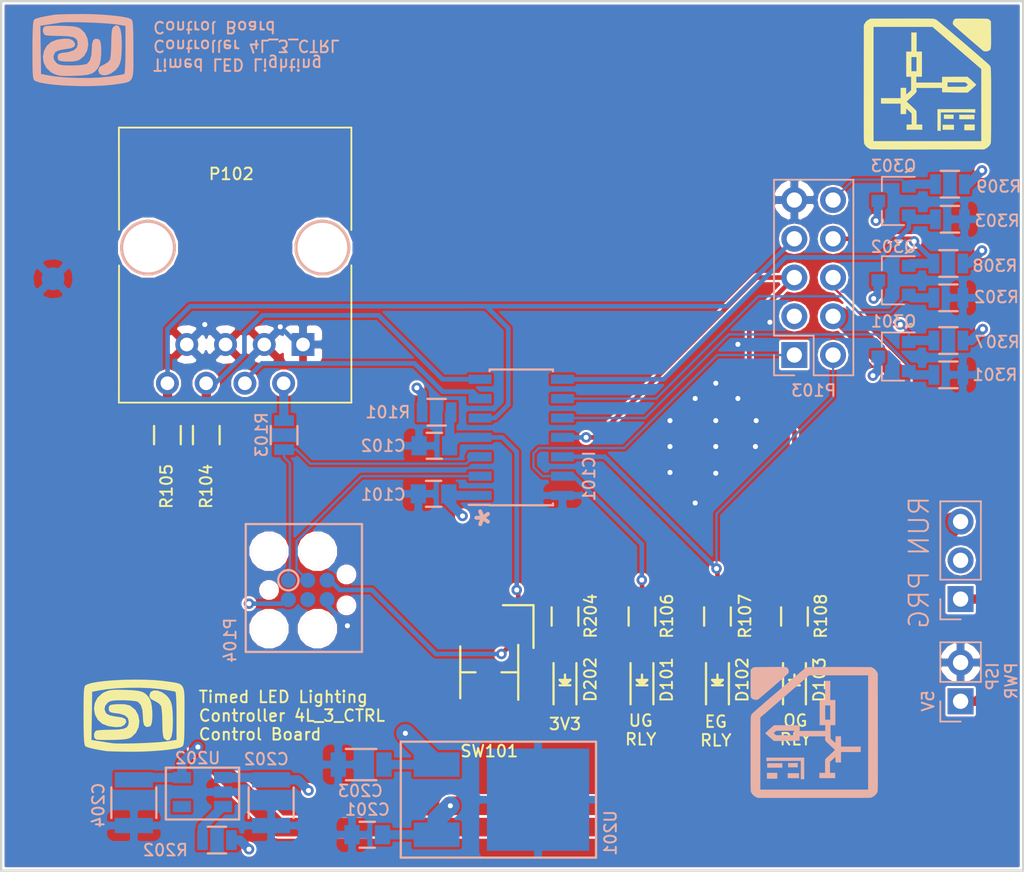
<source format=kicad_pcb>
(kicad_pcb (version 4) (host pcbnew 4.0.0-rc1-stable)
  (title_block (title "Timed LED Lighting Controller - Control board layout") (rev 4L_3_CRL))
  (layers (0 F.Cu signal) (1 Ub+ power) (2 U+ power) (31 B.Cu signal) (34 B.Paste user) (35 F.Paste user) (36 B.SilkS user) (37 F.SilkS user) (38 B.Mask user) (39 F.Mask user) (44 Edge.Cuts user))
  (net 0 "")
  (net 1 GND)
  (net 2 /PIR13/SIG_UG)
  (net 3 /PIR13/SIG_EG)
  (net 4 /PIR13/SIG_OG)
  (net 5 /SDA)
  (net 6 /SCL)
  (net 7 /PIR13/PIR_UG)
  (net 8 /PIR13/PIR_EG)
  (net 9 /PIR13/PIR_OG)
  (net 10 "Net-(R202-Pad1)")
  (net 11 /RelayOG)
  (net 12 /RelayEG)
  (net 13 /RelayUG)
  (net 14 /PIR13/U+)
  (net 15 "Net-(D202-Pad2)")
  (net 16 /~Reset)
  (net 17 "Net-(D101-Pad2)")
  (net 18 "Net-(D102-Pad2)")
  (net 19 "Net-(D103-Pad2)")
  (net 20 /GPIO_PB2)
  (net 21 "/Power System/5V")
  (net 22 "Net-(C204-Pad1)")
  (net 23 /TPICLK)
  (net 24 /TPIDATA)
  (net 25 /PIR13/Ub+)
  (net 26 /RLY_INT)
  (net 27 "/Power System/U+In")
  (module tl2c-footprint:Stitch_VIA (layer F.Cu) (at 205.1 95.65)
    (fp_text reference REF**31 hide)
    (fp_text value Stitch_VIA hide)
    (pad 1 thru_hole circle (at 0 0) (size 0.6858 0.6858) (drill 0.3302) (layers *.Cu) (net 1 GND))
  )
  (module tl2c-footprint:Stitch_VIA (layer F.Cu) (at 203 97.1)
    (fp_text reference REF**31 hide)
    (fp_text value Stitch_VIA hide)
    (pad 1 thru_hole circle (at 0 0) (size 0.6858 0.6858) (drill 0.3302) (layers *.Cu) (net 1 GND))
  )
  (module tl2c-footprint:Stitch_VIA (layer F.Cu) (at 203 100.65)
    (fp_text reference REF**31 hide)
    (fp_text value Stitch_VIA hide)
    (pad 1 thru_hole circle (at 0 0) (size 0.6858 0.6858) (drill 0.3302) (layers *.Cu) (net 1 GND))
  )
  (module tl2c-footprint:Stitch_VIA (layer F.Cu) (at 200.2 107.5)
    (fp_text reference REF**13 hide)
    (fp_text value Stitch_VIA hide)
    (pad 1 thru_hole circle (at 0 0) (size 0.6858 0.6858) (drill 0.3302) (layers *.Cu) (net 1 GND))
  )
  (module tl2c-footprint:Stitch_VIA (layer F.Cu) (at 201.55 105.55)
    (fp_text reference REF**42 hide)
    (fp_text value Stitch_VIA hide)
    (pad 1 thru_hole circle (at 0 0) (size 0.6858 0.6858) (drill 0.3302) (layers *.Cu) (net 1 GND))
  )
  (module tl2c-footprint:Stitch_VIA (layer F.Cu) (at 204.2 102.1)
    (fp_text reference REF**32 hide)
    (fp_text value Stitch_VIA hide)
    (pad 1 thru_hole circle (at 0 0) (size 0.6858 0.6858) (drill 0.3302) (layers *.Cu) (net 1 GND))
  )
  (module tl2c-footprint:Stitch_VIA (layer F.Cu) (at 201.55 103.8)
    (fp_text reference REF**22 hide)
    (fp_text value Stitch_VIA hide)
    (pad 1 thru_hole circle (at 0 0) (size 0.6858 0.6858) (drill 0.3302) (layers *.Cu) (net 1 GND))
  )
  (module tl2c-footprint:Stitch_VIA (layer F.Cu) (at 198.55 103.8)
    (fp_text reference REF**12 hide)
    (fp_text value Stitch_VIA hide)
    (pad 1 thru_hole circle (at 0 0) (size 0.6858 0.6858) (drill 0.3302) (layers *.Cu) (net 1 GND))
  )
  (module tl2c-footprint:Stitch_VIA (layer F.Cu) (at 204.15 103.8)
    (fp_text reference REF**41 hide)
    (fp_text value Stitch_VIA hide)
    (pad 1 thru_hole circle (at 0 0) (size 0.6858 0.6858) (drill 0.3302) (layers *.Cu) (net 1 GND))
  )
  (module tl2c-footprint:Stitch_VIA (layer F.Cu) (at 201.55 102.1)
    (fp_text reference REF**31 hide)
    (fp_text value Stitch_VIA hide)
    (pad 1 thru_hole circle (at 0 0) (size 0.6858 0.6858) (drill 0.3302) (layers *.Cu) (net 1 GND))
  )
  (module tl2c-footprint:Stitch_VIA (layer F.Cu) (at 198.55 105.5)
    (fp_text reference REF**21 hide)
    (fp_text value Stitch_VIA hide)
    (pad 1 thru_hole circle (at 0 0) (size 0.6858 0.6858) (drill 0.3302) (layers *.Cu) (net 1 GND))
  )
  (module tl2c-footprint:Stitch_VIA (layer F.Cu) (at 198.55 102.1)
    (fp_text reference REF**11 hide)
    (fp_text value Stitch_VIA hide)
    (pad 1 thru_hole circle (at 0 0) (size 0.6858 0.6858) (drill 0.3302) (layers *.Cu) (net 1 GND))
  )
  (module tl2c-footprint:Stitch_VIA (layer F.Cu) (at 200.2 100.65)
    (fp_text reference REF** hide)
    (fp_text value Stitch_VIA hide)
    (pad 1 thru_hole circle (at 0 0) (size 0.6858 0.6858) (drill 0.3302) (layers *.Cu) (net 1 GND))
  )
  (module Housings_SOIC:SOIC-14_3.9x8.7mm_Pitch1.27mm (layer B.Cu) (at 188.8 103.2)
    (fp_text reference IC101 (at 4.445 2.54 270) (layer B.SilkS) (effects (font (size 0.762 0.762) (thickness 0.127)) (justify mirror)))
    (fp_text value ATTINY20-X)
    (pad 1 smd rect (at -2.7 3.81) (size 1.5 0.6) (layers B.Cu B.Paste B.Mask) (net 25 /PIR13/Ub+))
    (pad 2 smd rect (at -2.7 2.54) (size 1.5 0.6) (layers B.Cu B.Paste B.Mask) (net 23 /TPICLK))
    (pad 3 smd rect (at -2.7 1.27) (size 1.5 0.6) (layers B.Cu B.Paste B.Mask) (net 24 /TPIDATA))
    (pad 4 smd rect (at -2.7 0) (size 1.5 0.6) (layers B.Cu B.Paste B.Mask) (net 16 /~Reset))
    (pad 5 smd rect (at -2.7 -1.27) (size 1.5 0.6) (layers B.Cu B.Paste B.Mask) (net 20 /GPIO_PB2))
    (pad 6 smd rect (at -2.7 -2.54) (size 1.5 0.6) (layers B.Cu B.Paste B.Mask) (net 6 /SCL))
    (pad 7 smd rect (at -2.7 -3.81) (size 1.5 0.6) (layers B.Cu B.Paste B.Mask) (net 26 /RLY_INT))
    (pad 8 smd rect (at 2.7 -3.81) (size 1.5 0.6) (layers B.Cu B.Paste B.Mask) (net 4 /PIR13/SIG_OG))
    (pad 9 smd rect (at 2.7 -2.54) (size 1.5 0.6) (layers B.Cu B.Paste B.Mask) (net 3 /PIR13/SIG_EG))
    (pad 10 smd rect (at 2.7 -1.27) (size 1.5 0.6) (layers B.Cu B.Paste B.Mask) (net 2 /PIR13/SIG_UG))
    (pad 11 smd rect (at 2.7 0) (size 1.5 0.6) (layers B.Cu B.Paste B.Mask) (net 11 /RelayOG))
    (pad 12 smd rect (at 2.7 1.27) (size 1.5 0.6) (layers B.Cu B.Paste B.Mask) (net 12 /RelayEG))
    (pad 13 smd rect (at 2.7 2.54) (size 1.5 0.6) (layers B.Cu B.Paste B.Mask) (net 13 /RelayUG))
    (pad 14 smd rect (at 2.7 3.81) (size 1.5 0.6) (layers B.Cu B.Paste B.Mask) (net 1 GND))
  )
  (module Resistors_SMD:R_0805 (layer F.Cu) (at 196.713 114.942 270)
    (fp_text reference R106 (at -0.022 -1.637 270) (layer F.SilkS) (effects (font (size 0.762 0.762) (thickness 0.127))))
    (fp_text value 660Ω)
    (pad 1 smd rect (at -0.95 0 270) (size 0.7 1.3) (layers F.Cu F.Paste F.Mask) (net 13 /RelayUG))
    (pad 2 smd rect (at 0.95 0 270) (size 0.7 1.3) (layers F.Cu F.Paste F.Mask) (net 17 "Net-(D101-Pad2)"))
  )
  (module LEDs:LED_0805 (layer F.Cu) (at 196.713 119.1 90)
    (fp_text reference D101 (at 0.01 1.617 90) (layer F.SilkS) (effects (font (size 0.762 0.762) (thickness 0.127))))
    (fp_text value LED_UG)
    (pad 2 smd rect (at 1.04902 0 270) (size 1.19888 1.19888) (layers F.Cu F.Paste F.Mask) (net 17 "Net-(D101-Pad2)"))
    (pad 1 smd rect (at -1.04902 0 270) (size 1.19888 1.19888) (layers F.Cu F.Paste F.Mask) (net 1 GND))
  )
  (module Capacitors_SMD:C_0805 (layer B.Cu) (at 183.05 106.9 180)
    (fp_text reference C101 (at 3.3 -0.05 180) (layer B.SilkS) (effects (font (size 0.762 0.762) (thickness 0.127)) (justify mirror)))
    (fp_text value "100n 50V")
    (pad 1 smd rect (at -1 0 180) (size 1 1.25) (layers B.Cu B.Paste B.Mask) (net 25 /PIR13/Ub+))
    (pad 2 smd rect (at 1 0 180) (size 1 1.25) (layers B.Cu B.Paste B.Mask) (net 1 GND))
  )
  (module Capacitors_SMD:C_0805 (layer B.Cu) (at 178.7 129.25 180)
    (fp_text reference C201 (at -0.01 1.65 180) (layer B.SilkS) (effects (font (size 0.762 0.762) (thickness 0.127)) (justify mirror)))
    (fp_text value "0.1μF 50V")
    (pad 1 smd rect (at -1 0 180) (size 1 1.25) (layers B.Cu B.Paste B.Mask) (net 27 "/Power System/U+In"))
    (pad 2 smd rect (at 1 0 180) (size 1 1.25) (layers B.Cu B.Paste B.Mask) (net 1 GND))
  )
  (module Capacitors_SMD:C_1210 (layer B.Cu) (at 172.4 127.15 270)
    (fp_text reference C202 (at -2.8575 0.3175 540) (layer B.SilkS) (effects (font (size 0.762 0.762) (thickness 0.127)) (justify mirror)))
    (fp_text value "1μF 25V")
    (pad 1 smd rect (at -1.5 0 270) (size 1 2.5) (layers B.Cu B.Paste B.Mask) (net 14 /PIR13/U+))
    (pad 2 smd rect (at 1.5 0 270) (size 1 2.5) (layers B.Cu B.Paste B.Mask) (net 1 GND))
  )
  (module Capacitors_SMD:C_1210 (layer B.Cu) (at 163.4 127.15 270)
    (fp_text reference C204 (at 0.1651 2.3241 270) (layer B.SilkS) (effects (font (size 0.762 0.762) (thickness 0.127)) (justify mirror)))
    (fp_text value "2.2μF 16V")
    (pad 1 smd rect (at -1.5 0 270) (size 1 2.5) (layers B.Cu B.Paste B.Mask) (net 22 "Net-(C204-Pad1)"))
    (pad 2 smd rect (at 1.5 0 270) (size 1 2.5) (layers B.Cu B.Paste B.Mask) (net 1 GND))
  )
  (module LEDs:LED_0805 (layer F.Cu) (at 191.665 119.1 90)
    (fp_text reference D202 (at 0.03 1.665 90) (layer F.SilkS) (effects (font (size 0.762 0.762) (thickness 0.127))))
    (fp_text value 3V3DC)
    (pad 2 smd rect (at 1.04902 0 270) (size 1.19888 1.19888) (layers F.Cu F.Paste F.Mask) (net 15 "Net-(D202-Pad2)"))
    (pad 1 smd rect (at -1.04902 0 270) (size 1.19888 1.19888) (layers F.Cu F.Paste F.Mask) (net 1 GND))
  )
  (module TO_SOT_Packages_SMD:SOT-23 (layer B.Cu) (at 213.2 97.9 180)
    (fp_text reference Q301 (at 0 2.3 180) (layer B.SilkS) (effects (font (size 0.762 0.762) (thickness 0.127)) (justify mirror)))
    (fp_text value IRLML2502)
    (pad 1 smd rect (at -1 0.95 180) (size 0.9 0.8) (layers B.Cu B.Paste B.Mask) (net 7 /PIR13/PIR_UG))
    (pad 2 smd rect (at -1 -0.95 180) (size 0.9 0.8) (layers B.Cu B.Paste B.Mask) (net 2 /PIR13/SIG_UG))
    (pad 3 smd rect (at 1 0 180) (size 0.9 0.8) (layers B.Cu B.Paste B.Mask) (net 25 /PIR13/Ub+))
  )
  (module TO_SOT_Packages_SMD:SOT-23 (layer B.Cu) (at 213.2 92.9 180)
    (fp_text reference Q302 (at 0 2.2 180) (layer B.SilkS) (effects (font (size 0.762 0.762) (thickness 0.127)) (justify mirror)))
    (fp_text value IRLML2502)
    (pad 1 smd rect (at -1 0.95 180) (size 0.9 0.8) (layers B.Cu B.Paste B.Mask) (net 8 /PIR13/PIR_EG))
    (pad 2 smd rect (at -1 -0.95 180) (size 0.9 0.8) (layers B.Cu B.Paste B.Mask) (net 3 /PIR13/SIG_EG))
    (pad 3 smd rect (at 1 0 180) (size 0.9 0.8) (layers B.Cu B.Paste B.Mask) (net 25 /PIR13/Ub+))
  )
  (module TO_SOT_Packages_SMD:SOT-23 (layer B.Cu) (at 213.2 87.7 180)
    (fp_text reference Q303 (at 0 2.3 180) (layer B.SilkS) (effects (font (size 0.762 0.762) (thickness 0.127)) (justify mirror)))
    (fp_text value IRLML2502)
    (pad 1 smd rect (at -1 0.95 180) (size 0.9 0.8) (layers B.Cu B.Paste B.Mask) (net 9 /PIR13/PIR_OG))
    (pad 2 smd rect (at -1 -0.95 180) (size 0.9 0.8) (layers B.Cu B.Paste B.Mask) (net 4 /PIR13/SIG_OG))
    (pad 3 smd rect (at 1 0 180) (size 0.9 0.8) (layers B.Cu B.Paste B.Mask) (net 25 /PIR13/Ub+))
  )
  (module Resistors_SMD:R_0805 (layer B.Cu) (at 183.25 101.55 180)
    (fp_text reference R101 (at 3.2 0 180) (layer B.SilkS) (effects (font (size 0.762 0.762) (thickness 0.127)) (justify mirror)))
    (fp_text value 10kΩ)
    (pad 1 smd rect (at -0.95 0 180) (size 0.7 1.3) (layers B.Cu B.Paste B.Mask) (net 16 /~Reset))
    (pad 2 smd rect (at 0.95 0 180) (size 0.7 1.3) (layers B.Cu B.Paste B.Mask) (net 25 /PIR13/Ub+))
  )
  (module Resistors_SMD:R_0805 (layer B.Cu) (at 173.25 103.05 270)
    (fp_text reference R103 (at -0.0254 1.4732 270) (layer B.SilkS) (effects (font (size 0.762 0.762) (thickness 0.127)) (justify mirror)))
    (fp_text value 0Ω)
    (pad 1 smd rect (at -0.95 0 270) (size 0.7 1.3) (layers B.Cu B.Paste B.Mask) (net 5 /SDA))
    (pad 2 smd rect (at 0.95 0 270) (size 0.7 1.3) (layers B.Cu B.Paste B.Mask) (net 24 /TPIDATA))
  )
  (module Resistors_SMD:R_0805 (layer F.Cu) (at 168.15 103.05 90)
    (fp_text reference R104 (at -3.36 -0.01 90) (layer F.SilkS) (effects (font (size 0.762 0.762) (thickness 0.127))))
    (fp_text value NOPOP)
    (pad 1 smd rect (at -0.95 0 90) (size 0.7 1.3) (layers F.Cu F.Paste F.Mask) (net 1 GND))
    (pad 2 smd rect (at 0.95 0 90) (size 0.7 1.3) (layers F.Cu F.Paste F.Mask) (net 26 /RLY_INT))
  )
  (module Resistors_SMD:R_0805 (layer F.Cu) (at 165.6 103.05 90)
    (fp_text reference R105 (at -3.36 -0.06 90) (layer F.SilkS) (effects (font (size 0.762 0.762) (thickness 0.127))))
    (fp_text value NOPOP)
    (pad 1 smd rect (at -0.95 0 90) (size 0.7 1.3) (layers F.Cu F.Paste F.Mask) (net 1 GND))
    (pad 2 smd rect (at 0.95 0 90) (size 0.7 1.3) (layers F.Cu F.Paste F.Mask) (net 20 /GPIO_PB2))
  )
  (module Resistors_SMD:R_0805 (layer B.Cu) (at 168.85 129.6)
    (fp_text reference R202 (at -3.38 0.66) (layer B.SilkS) (effects (font (size 0.762 0.762) (thickness 0.127)) (justify mirror)))
    (fp_text value 0Ω)
    (pad 1 smd rect (at -0.95 0) (size 0.7 1.3) (layers B.Cu B.Paste B.Mask) (net 10 "Net-(R202-Pad1)"))
    (pad 2 smd rect (at 0.95 0) (size 0.7 1.3) (layers B.Cu B.Paste B.Mask) (net 14 /PIR13/U+))
  )
  (module Resistors_SMD:R_0805 (layer F.Cu) (at 191.665 114.942 270)
    (fp_text reference R204 (at -0.032 -1.685 270) (layer F.SilkS) (effects (font (size 0.762 0.762) (thickness 0.127))))
    (fp_text value 660Ω)
    (pad 1 smd rect (at -0.95 0 270) (size 0.7 1.3) (layers F.Cu F.Paste F.Mask) (net 22 "Net-(C204-Pad1)"))
    (pad 2 smd rect (at 0.95 0 270) (size 0.7 1.3) (layers F.Cu F.Paste F.Mask) (net 15 "Net-(D202-Pad2)"))
  )
  (module Resistors_SMD:R_0805 (layer B.Cu) (at 216.8 99.1 180)
    (fp_text reference R301 (at -3.05 0 180) (layer B.SilkS) (effects (font (size 0.762 0.762) (thickness 0.127)) (justify mirror)))
    (fp_text value 1kΩ)
    (pad 1 smd rect (at -0.95 0 180) (size 0.7 1.3) (layers B.Cu B.Paste B.Mask) (net 1 GND))
    (pad 2 smd rect (at 0.95 0 180) (size 0.7 1.3) (layers B.Cu B.Paste B.Mask) (net 2 /PIR13/SIG_UG))
  )
  (module Resistors_SMD:R_0805 (layer B.Cu) (at 216.8 94.05 180)
    (fp_text reference R302 (at -3.15 0.05 180) (layer B.SilkS) (effects (font (size 0.762 0.762) (thickness 0.127)) (justify mirror)))
    (fp_text value 1kΩ)
    (pad 1 smd rect (at -0.95 0 180) (size 0.7 1.3) (layers B.Cu B.Paste B.Mask) (net 1 GND))
    (pad 2 smd rect (at 0.95 0 180) (size 0.7 1.3) (layers B.Cu B.Paste B.Mask) (net 3 /PIR13/SIG_EG))
  )
  (module Resistors_SMD:R_0805 (layer B.Cu) (at 216.9 88.9 180)
    (fp_text reference R303 (at -3.1 -0.1 360) (layer B.SilkS) (effects (font (size 0.762 0.762) (thickness 0.127)) (justify mirror)))
    (fp_text value 1kΩ)
    (pad 1 smd rect (at -0.95 0 180) (size 0.7 1.3) (layers B.Cu B.Paste B.Mask) (net 1 GND))
    (pad 2 smd rect (at 0.95 0 180) (size 0.7 1.3) (layers B.Cu B.Paste B.Mask) (net 4 /PIR13/SIG_OG))
  )
  (module Resistors_SMD:R_0805 (layer B.Cu) (at 216.8 96.85)
    (fp_text reference R307 (at 3.2 0.1) (layer B.SilkS) (effects (font (size 0.762 0.762) (thickness 0.127)) (justify mirror)))
    (fp_text value 10kΩ)
    (pad 1 smd rect (at -0.95 0) (size 0.7 1.3) (layers B.Cu B.Paste B.Mask) (net 7 /PIR13/PIR_UG))
    (pad 2 smd rect (at 0.95 0) (size 0.7 1.3) (layers B.Cu B.Paste B.Mask) (net 14 /PIR13/U+))
  )
  (module Resistors_SMD:R_0805 (layer B.Cu) (at 216.8 91.8)
    (fp_text reference R308 (at 3.05 0.15 180) (layer B.SilkS) (effects (font (size 0.762 0.762) (thickness 0.127)) (justify mirror)))
    (fp_text value 10kΩ)
    (pad 1 smd rect (at -0.95 0) (size 0.7 1.3) (layers B.Cu B.Paste B.Mask) (net 8 /PIR13/PIR_EG))
    (pad 2 smd rect (at 0.95 0) (size 0.7 1.3) (layers B.Cu B.Paste B.Mask) (net 14 /PIR13/U+))
  )
  (module Resistors_SMD:R_0805 (layer B.Cu) (at 216.9 86.6)
    (fp_text reference R309 (at 3.2 0.15) (layer B.SilkS) (effects (font (size 0.762 0.762) (thickness 0.127)) (justify mirror)))
    (fp_text value 10kΩ)
    (pad 1 smd rect (at -0.95 0) (size 0.7 1.3) (layers B.Cu B.Paste B.Mask) (net 9 /PIR13/PIR_OG))
    (pad 2 smd rect (at 0.95 0) (size 0.7 1.3) (layers B.Cu B.Paste B.Mask) (net 14 /PIR13/U+))
  )
  (module tl2c-footprint:PTS525SM15SMTR2LFS (layer F.Cu) (at 186.7 118.6 270)
    (fp_text reference SW101 (at 5.17 0 360) (layer F.SilkS) (effects (font (size 0.762 0.762) (thickness 0.127))))
    (fp_text value TL3315NF160Q hide)
    (pad 1 smd rect (at -3.2 -1.9 270) (size 1.6 1) (layers F.Cu F.Paste F.Mask) (net 16 /~Reset))
    (pad 2 smd rect (at 3.2 -1.9 270) (size 1.6 1) (layers F.Cu F.Paste F.Mask))
    (pad 3 smd rect (at -3.2 1.9 270) (size 1.6 1) (layers F.Cu F.Paste F.Mask) (net 1 GND))
    (pad 4 smd rect (at 3.2 1.9 270) (size 1.6 1) (layers F.Cu F.Paste F.Mask))
  )
  (module Measurement_Points:Measurement_Point_Round-SMD-Pad_Small (layer B.Cu) (at 158.1 92.8 180)
    (fp_text reference TP101 hide)
    (fp_text value TPGND)
    (pad 1 smd circle (at 0 0 180) (size 1.5 1.5) (layers B.Cu B.Mask) (net 1 GND))
  )
  (module tl2c-footprint:TPS70933DBVR (layer B.Cu) (at 167.9 126.45 270)
    (fp_text reference U202 (at -2.2225 0.3175 540) (layer B.SilkS) (effects (font (size 0.762 0.762) (thickness 0.127)) (justify mirror)))
    (fp_text value TPS70933)
    (pad 5 smd rect (at -0.95 1.35 270) (size 0.74 1.19) (layers B.Cu B.Paste B.Mask) (net 22 "Net-(C204-Pad1)"))
    (pad 4 smd rect (at 0.95 1.35 270) (size 0.74 1.19) (layers B.Cu B.Paste B.Mask))
    (pad 2 smd rect (at 0 -1.35 270) (size 0.74 1.19) (layers B.Cu B.Paste B.Mask) (net 1 GND))
    (pad 1 smd rect (at -0.95 -1.35 270) (size 0.74 1.19) (layers B.Cu B.Paste B.Mask) (net 14 /PIR13/U+))
    (pad 3 smd rect (at 0.95 -1.35 270) (size 0.74 1.19) (layers B.Cu B.Paste B.Mask) (net 10 "Net-(R202-Pad1)"))
  )
  (module LEDs:LED_0805 (layer F.Cu) (at 201.661 119.1 90)
    (fp_text reference D102 (at 0.01 1.629 90) (layer F.SilkS) (effects (font (size 0.762 0.762) (thickness 0.127))))
    (fp_text value LED_EG)
    (pad 2 smd rect (at 1.04902 0 270) (size 1.19888 1.19888) (layers F.Cu F.Paste F.Mask) (net 18 "Net-(D102-Pad2)"))
    (pad 1 smd rect (at -1.04902 0 270) (size 1.19888 1.19888) (layers F.Cu F.Paste F.Mask) (net 1 GND))
  )
  (module LEDs:LED_0805 (layer F.Cu) (at 206.709 119.1 90)
    (fp_text reference D103 (at 0.01 1.641 90) (layer F.SilkS) (effects (font (size 0.762 0.762) (thickness 0.127))))
    (fp_text value LED_OG)
    (pad 2 smd rect (at 1.04902 0 270) (size 1.19888 1.19888) (layers F.Cu F.Paste F.Mask) (net 19 "Net-(D103-Pad2)"))
    (pad 1 smd rect (at -1.04902 0 270) (size 1.19888 1.19888) (layers F.Cu F.Paste F.Mask) (net 1 GND))
  )
  (module Resistors_SMD:R_0805 (layer F.Cu) (at 201.661 114.942 270)
    (fp_text reference R107 (at -0.022 -1.809 270) (layer F.SilkS) (effects (font (size 0.762 0.762) (thickness 0.127))))
    (fp_text value 660Ω)
    (pad 1 smd rect (at -0.95 0 270) (size 0.7 1.3) (layers F.Cu F.Paste F.Mask) (net 12 /RelayEG))
    (pad 2 smd rect (at 0.95 0 270) (size 0.7 1.3) (layers F.Cu F.Paste F.Mask) (net 18 "Net-(D102-Pad2)"))
  )
  (module Resistors_SMD:R_0805 (layer F.Cu) (at 206.709 114.942 270)
    (fp_text reference R108 (at -0.022 -1.731 270) (layer F.SilkS) (effects (font (size 0.762 0.762) (thickness 0.127))))
    (fp_text value 660Ω)
    (pad 1 smd rect (at -0.95 0 270) (size 0.7 1.3) (layers F.Cu F.Paste F.Mask) (net 11 /RelayOG))
    (pad 2 smd rect (at 0.95 0 270) (size 0.7 1.3) (layers F.Cu F.Paste F.Mask) (net 19 "Net-(D103-Pad2)"))
  )
  (module Capacitors_SMD:C_1206 (layer B.Cu) (at 178.3 124.65 180)
    (fp_text reference C203 (at 0.0508 -1.7272 180) (layer B.SilkS) (effects (font (size 0.762 0.762) (thickness 0.127)) (justify mirror)))
    (fp_text value "2.2μF 50V")
    (pad 1 smd rect (at -1.5 0 180) (size 1 1.6) (layers B.Cu B.Paste B.Mask) (net 14 /PIR13/U+))
    (pad 2 smd rect (at 1.5 0 180) (size 1 1.6) (layers B.Cu B.Paste B.Mask) (net 1 GND))
  )
  (module Capacitors_SMD:C_0805 (layer B.Cu) (at 183.1 103.75 180)
    (fp_text reference C102 (at 3.35 0 180) (layer B.SilkS) (effects (font (size 0.762 0.762) (thickness 0.127)) (justify mirror)))
    (fp_text value "100n 50V")
    (pad 1 smd rect (at -1 0 180) (size 1 1.25) (layers B.Cu B.Paste B.Mask) (net 16 /~Reset))
    (pad 2 smd rect (at 1 0 180) (size 1 1.25) (layers B.Cu B.Paste B.Mask) (net 1 GND))
  )
  (module tl2c-footprint:LF120ABDT-TR (layer B.Cu) (at 189.9 126.95 180)
    (fp_text reference U201 (at -4.7498 -2.1844 450) (layer B.SilkS) (effects (font (size 0.762 0.762) (thickness 0.127)) (justify mirror)))
    (fp_text value LF120ABDT-TR)
    (pad 3 smd rect (at 0 0 180) (size 6.7 6.7) (layers B.Cu B.Paste B.Mask) (net 1 GND))
    (pad 2 smd rect (at 6.65 2.3 180) (size 3 1.6) (layers B.Cu B.Paste B.Mask) (net 14 /PIR13/U+))
    (pad 1 smd rect (at 6.65 -2.3 180) (size 3 1.6) (layers B.Cu B.Paste B.Mask) (net 27 "/Power System/U+In"))
  )
  (module tl2c-footprint:TC2030-IDC-FP_ISP_Connector (layer B.Cu) (at 174.8 113.2)
    (fp_text reference P104 (at -5.08 3.302 270) (layer B.SilkS) (effects (font (size 0.762 0.762) (thickness 0.127)) (justify mirror)))
    (fp_text value "TPI Header" hide)
    (pad 1 connect circle (at -1.27 -0.635) (size 0.9906 0.9906) (layers B.Cu B.Mask) (net 24 /TPIDATA))
    (pad 2 connect circle (at -1.27 0.635) (size 0.9906 0.9906) (layers B.Cu B.Mask) (net 25 /PIR13/Ub+))
    (pad 3 connect circle (at 0 -0.635) (size 0.9906 0.9906) (layers B.Cu B.Mask) (net 23 /TPICLK))
    (pad 4 connect circle (at 0 0.635) (size 0.9906 0.9906) (layers B.Cu B.Mask))
    (pad 5 connect circle (at 1.27 -0.635) (size 0.9906 0.9906) (layers B.Cu B.Mask) (net 16 /~Reset))
    (pad 6 connect circle (at 1.27 0.635) (size 0.9906 0.9906) (layers B.Cu B.Mask) (net 1 GND))
    (pad "" np_thru_hole circle (at 2.54 1.016) (size 0.9906 0.9906) (drill 0.9906) (layers *.Cu *.Mask B.SilkS))
    (pad "" np_thru_hole circle (at 2.54 -1.016) (size 0.9906 0.9906) (drill 0.9906) (layers *.Cu *.Mask B.SilkS))
    (pad "" np_thru_hole circle (at -2.54 0) (size 0.9906 0.9906) (drill 0.9906) (layers *.Cu *.Mask B.SilkS))
    (pad "" np_thru_hole circle (at -2.54 2.54) (size 2.286 2.286) (drill 2.286) (layers *.Cu *.Mask B.SilkS))
    (pad "" np_thru_hole circle (at -2.54 -2.54) (size 2.286 2.286) (drill 2.286) (layers *.Cu *.Mask B.SilkS))
    (pad "" np_thru_hole circle (at 0.635 2.54) (size 2.286 2.286) (drill 2.286) (layers *.Cu *.Mask B.SilkS))
    (pad "" np_thru_hole circle (at 0.635 -2.54) (size 2.286 2.286) (drill 2.286) (layers *.Cu *.Mask B.SilkS))
  )
  (module Pin_Headers:Pin_Header_Straight_1x02_Pitch2.54mm (layer B.Cu) (at 217.6 120.5)
    (fp_text reference P109 hide)
    (fp_text value 5VDC)
    (pad 1 thru_hole rect (at 0 0) (size 1.7 1.7) (drill 1) (layers *.Cu *.Mask) (net 21 "/Power System/5V"))
    (pad 2 thru_hole oval (at 0 -2.54) (size 1.7 1.7) (drill 1) (layers *.Cu *.Mask) (net 1 GND))
  )
  (module Pin_Headers:Pin_Header_Straight_1x03_Pitch2.54mm (layer B.Cu) (at 217.6 113.8)
    (fp_text reference P201 hide)
    (fp_text value Mode_Bridge)
    (pad 1 thru_hole rect (at 0 0) (size 1.7 1.7) (drill 1) (layers *.Cu *.Mask) (net 21 "/Power System/5V"))
    (pad 2 thru_hole oval (at 0 -2.54) (size 1.7 1.7) (drill 1) (layers *.Cu *.Mask) (net 25 /PIR13/Ub+))
    (pad 3 thru_hole oval (at 0 -5.08) (size 1.7 1.7) (drill 1) (layers *.Cu *.Mask) (net 22 "Net-(C204-Pad1)"))
  )
  (module Pin_Headers:Pin_Header_Straight_2x05_Pitch2.54mm (layer B.Cu) (at 206.7 97.8)
    (fp_text reference P103 (at 1.27 2.33) (layer B.SilkS) (effects (font (size 0.762 0.762) (thickness 0.127)) (justify mirror)))
    (fp_text value "CTL CONN")
    (pad 1 thru_hole rect (at 0 0) (size 1.7 1.7) (drill 1) (layers *.Cu *.Mask) (net 13 /RelayUG))
    (pad 2 thru_hole oval (at 2.54 0) (size 1.7 1.7) (drill 1) (layers *.Cu *.Mask) (net 12 /RelayEG))
    (pad 3 thru_hole oval (at 0 -2.54) (size 1.7 1.7) (drill 1) (layers *.Cu *.Mask) (net 14 /PIR13/U+))
    (pad 4 thru_hole oval (at 2.54 -2.54) (size 1.7 1.7) (drill 1) (layers *.Cu *.Mask) (net 27 "/Power System/U+In"))
    (pad 5 thru_hole oval (at 0 -5.08) (size 1.7 1.7) (drill 1) (layers *.Cu *.Mask) (net 11 /RelayOG))
    (pad 6 thru_hole oval (at 2.54 -5.08) (size 1.7 1.7) (drill 1) (layers *.Cu *.Mask) (net 7 /PIR13/PIR_UG))
    (pad 7 thru_hole oval (at 0 -7.62) (size 1.7 1.7) (drill 1) (layers *.Cu *.Mask) (net 20 /GPIO_PB2))
    (pad 8 thru_hole oval (at 2.54 -7.62) (size 1.7 1.7) (drill 1) (layers *.Cu *.Mask) (net 8 /PIR13/PIR_EG))
    (pad 9 thru_hole oval (at 0 -10.16) (size 1.7 1.7) (drill 1) (layers *.Cu *.Mask) (net 1 GND))
    (pad 10 thru_hole oval (at 2.54 -10.16) (size 1.7 1.7) (drill 1) (layers *.Cu *.Mask) (net 9 /PIR13/PIR_OG))
  )
  (module tl2c-footprint:Stitch_VIA (layer F.Cu) (at 201.55 99.65)
    (fp_text reference REF** hide)
    (fp_text value Stitch_VIA hide)
    (pad 1 thru_hole circle (at 0 0) (size 0.6858 0.6858) (drill 0.3302) (layers *.Cu) (net 1 GND))
  )
  (module tl2c-footprint:MyBasic_rounded_50_1 (layer F.Cu) (at 163.37 121.4)
    (fp_text reference G*** hide)
    (fp_text value LOGO hide)
  )
  (module tl2c-footprint:KiCad_LOGO_9mm (layer F.Cu) (at 215.4 79.92)
    (fp_text reference G*** hide)
    (fp_text value LOGO hide)
  )
  (module tl2c-footprint:MyBasic_rounded_50_1 (layer B.Cu) (at 160.02 77.85)
    (fp_text reference G*** hide)
    (fp_text value LOGO hide)
  )
  (module tl2c-footprint:KiCad_LOGO_9mm (layer B.Cu) (at 208.03 122.43 180)
    (fp_text reference G*** hide)
    (fp_text value LOGO hide)
  )
  (module tl2c-footprint:RJ45_8P8C (layer F.Cu) (at 165.6 99.65 180)
    (fp_text reference P102 (at -4.19 13.72 180) (layer F.SilkS) (effects (font (size 0.762 0.762) (thickness 0.127))))
    (fp_text value RJ45)
    (pad "" np_thru_hole circle (at 1.27 8.89 180) (size 3.65 3.65) (drill 3.25) (layers *.Cu *.SilkS *.Mask))
    (pad "" np_thru_hole circle (at -10.16 8.89 180) (size 3.65 3.65) (drill 3.25) (layers *.Cu *.SilkS *.Mask))
    (pad 1 thru_hole rect (at -8.89 2.54 180) (size 1.5 1.5) (drill 0.9) (layers *.Cu *.Mask) (net 1 GND))
    (pad 2 thru_hole circle (at -7.62 0 180) (size 1.5 1.5) (drill 0.9) (layers *.Cu *.Mask) (net 5 /SDA))
    (pad 3 thru_hole circle (at -6.35 2.54 180) (size 1.5 1.5) (drill 0.9) (layers *.Cu *.Mask) (net 1 GND))
    (pad 4 thru_hole circle (at -5.08 0 180) (size 1.5 1.5) (drill 0.9) (layers *.Cu *.Mask) (net 6 /SCL))
    (pad 5 thru_hole circle (at -3.81 2.54 180) (size 1.5 1.5) (drill 0.9) (layers *.Cu *.Mask) (net 1 GND))
    (pad 6 thru_hole circle (at -2.54 0 180) (size 1.5 1.5) (drill 0.9) (layers *.Cu *.Mask) (net 26 /RLY_INT))
    (pad 7 thru_hole circle (at -1.27 2.54 180) (size 1.5 1.5) (drill 0.9) (layers *.Cu *.Mask) (net 1 GND))
    (pad 8 thru_hole circle (at 0 0 180) (size 1.5 1.5) (drill 0.9) (layers *.Cu *.Mask) (net 20 /GPIO_PB2))
  )
  (gr_text "Timed LED Lighting \nController 4L_3_CTRL\nControl Board" (at 164.59 77.53 180) (layer B.SilkS) (effects (font (size 0.762 0.762) (thickness 0.127)) (justify left mirror)))
  (gr_line (start 154.7 131.6) (end 154.7 74.6) (angle 90) (layer Edge.Cuts) (width 0.15))
  (gr_line (start 221.7 131.6) (end 154.7 131.6) (angle 90) (layer Edge.Cuts) (width 0.15))
  (gr_line (start 221.7 74.6) (end 221.7 131.6) (angle 90) (layer Edge.Cuts) (width 0.15))
  (gr_line (start 154.7 74.6) (end 221.7 74.6) (angle 90) (layer Edge.Cuts) (width 0.15))
  (gr_text "ISP \nPWR" (at 220.31 119.16 90) (layer B.SilkS) (effects (font (size 0.762 0.762) (thickness 0.127)) (justify mirror)))
  (gr_text "RUN PRG" (at 214.88 111.4 90) (layer B.SilkS) (effects (font (size 1.27 1.27) (thickness 0.127)) (justify mirror)))
  (gr_text 5V (at 215.47 120.48 90) (layer B.SilkS) (effects (font (size 0.762 0.762) (thickness 0.127)) (justify mirror)))
  (gr_text * (at 186.82 108.47 90) (layer B.SilkS) (effects (font (size 1.778 1.778) (thickness 0.254)) (justify mirror)))
  (gr_text "OG\nRLY" (at 206.77 122.38) (layer F.SilkS) (effects (font (size 0.762 0.762) (thickness 0.127))))
  (gr_text "EG\nRLY" (at 201.55 122.45) (layer F.SilkS) (effects (font (size 0.762 0.762) (thickness 0.127))))
  (gr_text "UG\nRLY" (at 196.63 122.38) (layer F.SilkS) (effects (font (size 0.762 0.762) (thickness 0.127))))
  (gr_text 3V3 (at 191.67 121.99) (layer F.SilkS) (effects (font (size 0.762 0.762) (thickness 0.127))))
  (gr_text "Timed LED Lighting \nController 4L_3_CTRL\nControl Board" (at 167.58 121.44) (layer F.SilkS) (effects (font (size 0.762 0.762) (thickness 0.127)) (justify left)))
  (segment (start 166.88 97.1) (end 166.88 96.97) (width 0.3048) (layer F.Cu) (net 1))
  (segment (start 166.88 96.97) (end 168.05 95.8) (width 0.3048) (layer F.Cu) (net 1))
  (via (at 168.05 95.8) (size 0.6858) (drill 0.3302) (layers F.Cu B.Cu) (net 1))
  (segment (start 168.05 95.8) (end 169.35 97.1) (width 0.3048) (layer B.Cu) (net 1))
  (segment (start 169.35 97.1) (end 169.42 97.1) (width 0.3048) (layer B.Cu) (net 1))
  (segment (start 176.07 113.835) (end 176.07 114.22) (width 0.3048) (layer B.Cu) (net 1))
  (segment (start 176.07 114.22) (end 177.4 115.55) (width 0.3048) (layer B.Cu) (net 1))
  (via (at 177.4 115.55) (size 0.6858) (drill 0.3302) (layers F.Cu B.Cu) (net 1))
  (segment (start 171.96 97.1) (end 171.96 96.99) (width 0.3048) (layer F.Cu) (net 1))
  (segment (start 171.96 96.99) (end 173 95.95) (width 0.3048) (layer F.Cu) (net 1))
  (via (at 173 95.95) (size 0.6858) (drill 0.3302) (layers F.Cu B.Cu) (net 1))
  (segment (start 173 95.95) (end 174.15 97.1) (width 0.3048) (layer B.Cu) (net 1))
  (segment (start 174.15 97.1) (end 174.5 97.1) (width 0.3048) (layer B.Cu) (net 1))
  (segment (start 214.2 98.85) (end 214.2 98.45) (width 0.1524) (layer B.Cu) (net 2))
  (segment (start 214.2 98.45) (end 212.2 96.45) (width 0.1524) (layer B.Cu) (net 2))
  (segment (start 196.92 101.93) (end 191.5 101.93) (width 0.1524) (layer B.Cu) (net 2))
  (segment (start 202.4 96.45) (end 196.92 101.93) (width 0.1524) (layer B.Cu) (net 2))
  (segment (start 212.2 96.45) (end 202.4 96.45) (width 0.1524) (layer B.Cu) (net 2))
  (segment (start 215.85 99.1) (end 214.45 99.1) (width 0.6096) (layer B.Cu) (net 2))
  (segment (start 214.45 99.1) (end 214.2 98.85) (width 0.6096) (layer B.Cu) (net 2))
  (segment (start 214.2 93.85) (end 214.15 93.85) (width 0.3048) (layer B.Cu) (net 3))
  (segment (start 214.15 93.85) (end 213 95) (width 0.1524) (layer B.Cu) (net 3))
  (segment (start 197.64 100.66) (end 191.5 100.66) (width 0.1524) (layer B.Cu) (net 3))
  (segment (start 204.35 93.95) (end 197.64 100.66) (width 0.1524) (layer B.Cu) (net 3))
  (segment (start 209.85 93.95) (end 204.35 93.95) (width 0.1524) (layer B.Cu) (net 3))
  (segment (start 210.9 95) (end 209.85 93.95) (width 0.1524) (layer B.Cu) (net 3))
  (segment (start 213 95) (end 210.9 95) (width 0.1524) (layer B.Cu) (net 3))
  (segment (start 215.85 94.05) (end 214.4 94.05) (width 0.6096) (layer B.Cu) (net 3))
  (segment (start 214.4 94.05) (end 214.2 93.85) (width 0.6096) (layer B.Cu) (net 3))
  (segment (start 214.2 88.65) (end 214.2 89.5) (width 0.3048) (layer B.Cu) (net 4))
  (segment (start 198.136582 99.39) (end 191.5 99.39) (width 0.3048) (layer B.Cu) (net 4))
  (segment (start 206.126582 91.4) (end 198.136582 99.39) (width 0.3048) (layer B.Cu) (net 4))
  (segment (start 212.3 91.4) (end 206.126582 91.4) (width 0.3048) (layer B.Cu) (net 4))
  (segment (start 214.2 89.5) (end 212.3 91.4) (width 0.3048) (layer B.Cu) (net 4))
  (segment (start 215.95 88.9) (end 214.45 88.9) (width 0.6096) (layer B.Cu) (net 4))
  (segment (start 214.45 88.9) (end 214.2 88.65) (width 0.6096) (layer B.Cu) (net 4))
  (segment (start 173.23 99.64) (end 173.23 102.08) (width 0.6096) (layer B.Cu) (net 5))
  (segment (start 173.23 102.08) (end 173.25 102.1) (width 0.6096) (layer B.Cu) (net 5))
  (segment (start 170.69 99.64) (end 170.69 99.46) (width 0.3048) (layer B.Cu) (net 6))
  (segment (start 170.69 99.46) (end 171.8 98.35) (width 0.3048) (layer B.Cu) (net 6))
  (segment (start 171.8 98.35) (end 181.8 98.35) (width 0.3048) (layer B.Cu) (net 6))
  (segment (start 181.8 98.35) (end 183.65 100.2) (width 0.3048) (layer B.Cu) (net 6))
  (segment (start 183.65 100.2) (end 185.64 100.2) (width 0.3048) (layer B.Cu) (net 6))
  (segment (start 185.64 100.2) (end 186.1 100.66) (width 0.3048) (layer B.Cu) (net 6))
  (segment (start 209.24 92.72) (end 209.24 93.34) (width 0.1524) (layer F.Cu) (net 7))
  (segment (start 209.24 93.34) (end 211.7 95.8) (width 0.1524) (layer F.Cu) (net 7))
  (segment (start 211.7 95.8) (end 213.65 95.8) (width 0.1524) (layer F.Cu) (net 7))
  (via (at 213.65 95.8) (size 0.6858) (drill 0.3302) (layers F.Cu B.Cu) (net 7))
  (segment (start 213.65 95.8) (end 214.2 96.35) (width 0.1524) (layer B.Cu) (net 7))
  (segment (start 214.2 96.35) (end 214.2 96.95) (width 0.1524) (layer B.Cu) (net 7))
  (segment (start 215.85 96.85) (end 214.3 96.85) (width 0.6096) (layer B.Cu) (net 7))
  (segment (start 214.3 96.85) (end 214.2 96.95) (width 0.6096) (layer B.Cu) (net 7))
  (segment (start 209.24 90.18) (end 214.38 90.18) (width 0.3048) (layer F.Cu) (net 8))
  (segment (start 214.55 90.35) (end 215.85 91.65) (width 0.3048) (layer B.Cu) (net 8))
  (via (at 214.55 90.35) (size 0.6858) (drill 0.3302) (layers F.Cu B.Cu) (net 8))
  (segment (start 214.38 90.18) (end 214.55 90.35) (width 0.3048) (layer F.Cu) (net 8))
  (segment (start 215.85 91.65) (end 215.85 91.8) (width 0.3048) (layer B.Cu) (net 8))
  (segment (start 215.85 91.8) (end 214.35 91.8) (width 0.6096) (layer B.Cu) (net 8))
  (segment (start 214.35 91.8) (end 214.2 91.95) (width 0.6096) (layer B.Cu) (net 8))
  (segment (start 214.2 86.75) (end 213.75 86.3) (width 0.1524) (layer B.Cu) (net 9))
  (segment (start 210.58 86.3) (end 209.24 87.64) (width 0.1524) (layer B.Cu) (net 9))
  (segment (start 213.75 86.3) (end 210.58 86.3) (width 0.1524) (layer B.Cu) (net 9))
  (segment (start 215.95 86.6) (end 214.35 86.6) (width 0.6096) (layer B.Cu) (net 9))
  (segment (start 214.35 86.6) (end 214.2 86.75) (width 0.6096) (layer B.Cu) (net 9))
  (segment (start 167.9 129.6) (end 167.9 128.75) (width 0.6096) (layer B.Cu) (net 10))
  (segment (start 167.9 128.75) (end 169.25 127.4) (width 0.6096) (layer B.Cu) (net 10))
  (segment (start 169.025 127.4) (end 169.25 127.4) (width 0.1524) (layer B.Cu) (net 10))
  (segment (start 203.75 95.67) (end 206.7 92.72) (width 0.3048) (layer F.Cu) (net 11))
  (segment (start 203.75 99.85) (end 203.75 95.67) (width 0.3048) (layer F.Cu) (net 11))
  (segment (start 206.709 102.809) (end 203.75 99.85) (width 0.3048) (layer F.Cu) (net 11))
  (segment (start 206.709 113.992) (end 206.709 102.809) (width 0.3048) (layer F.Cu) (net 11))
  (segment (start 206.7 92.72) (end 204.23 92.72) (width 0.3048) (layer F.Cu) (net 11))
  (segment (start 193.05 103.2) (end 191.5 103.2) (width 0.3048) (layer B.Cu) (net 11))
  (via (at 193.05 103.2) (size 0.6858) (drill 0.3302) (layers F.Cu B.Cu) (net 11))
  (segment (start 193.75 103.2) (end 193.05 103.2) (width 0.3048) (layer F.Cu) (net 11))
  (segment (start 204.23 92.72) (end 193.75 103.2) (width 0.3048) (layer F.Cu) (net 11))
  (segment (start 191.5 103.2) (end 192.1 103.2) (width 0.3048) (layer B.Cu) (net 11))
  (segment (start 206.7 92.72) (end 206.57 92.85) (width 0.6096) (layer F.Cu) (net 11))
  (segment (start 209.24 97.8) (end 209.24 100.56) (width 0.1524) (layer B.Cu) (net 12))
  (segment (start 201.6 108.2) (end 201.6 111.8) (width 0.1524) (layer B.Cu) (net 12))
  (segment (start 209.24 100.56) (end 201.6 108.2) (width 0.1524) (layer B.Cu) (net 12))
  (segment (start 191.5 104.47) (end 194.27 104.47) (width 0.3048) (layer B.Cu) (net 12))
  (segment (start 201.661 111.861) (end 201.661 113.992) (width 0.3048) (layer F.Cu) (net 12))
  (segment (start 201.6 111.8) (end 201.661 111.861) (width 0.3048) (layer F.Cu) (net 12))
  (via (at 201.6 111.8) (size 0.6858) (drill 0.3302) (layers F.Cu B.Cu) (net 12))
  (segment (start 194.27 104.47) (end 201.6 111.8) (width 0.3048) (layer B.Cu) (net 12))
  (segment (start 191.5 104.47) (end 191.92 104.47) (width 0.3048) (layer B.Cu) (net 12))
  (segment (start 206.7 97.8) (end 201.65 97.8) (width 0.1524) (layer B.Cu) (net 13))
  (segment (start 190.19 105.74) (end 191.5 105.74) (width 0.1524) (layer B.Cu) (net 13))
  (segment (start 189.6 105.15) (end 190.19 105.74) (width 0.1524) (layer B.Cu) (net 13))
  (segment (start 189.6 104.25) (end 189.6 105.15) (width 0.1524) (layer B.Cu) (net 13))
  (segment (start 189.95 103.9) (end 189.6 104.25) (width 0.1524) (layer B.Cu) (net 13))
  (segment (start 195.55 103.9) (end 189.95 103.9) (width 0.1524) (layer B.Cu) (net 13))
  (segment (start 201.65 97.8) (end 195.55 103.9) (width 0.1524) (layer B.Cu) (net 13))
  (segment (start 191.5 105.74) (end 192.24 105.74) (width 0.3048) (layer B.Cu) (net 13))
  (segment (start 192.24 105.74) (end 196.7 110.2) (width 0.3048) (layer B.Cu) (net 13))
  (segment (start 196.713 112.563) (end 196.713 114.092) (width 0.3048) (layer F.Cu) (net 13))
  (segment (start 196.7 112.55) (end 196.713 112.563) (width 0.3048) (layer F.Cu) (net 13))
  (via (at 196.7 112.55) (size 0.6858) (drill 0.3302) (layers F.Cu B.Cu) (net 13))
  (segment (start 196.7 110.2) (end 196.7 112.55) (width 0.3048) (layer B.Cu) (net 13))
  (segment (start 183.25 124.65) (end 181.2 122.6) (width 1.2192) (layer B.Cu) (net 14))
  (via (at 181.2 122.6) (size 0.6858) (drill 0.3302) (layers F.Cu B.Cu) (net 14))
  (segment (start 217.75 96.85) (end 218.3 96.85) (width 0.6096) (layer B.Cu) (net 14))
  (via (at 219.05 96.1) (size 0.6858) (drill 0.3302) (layers F.Cu B.Cu) (net 14))
  (segment (start 218.3 96.85) (end 219.05 96.1) (width 0.6096) (layer B.Cu) (net 14))
  (segment (start 217.75 91.8) (end 218.15 91.8) (width 0.6096) (layer B.Cu) (net 14))
  (via (at 219 90.95) (size 0.6858) (drill 0.3302) (layers F.Cu B.Cu) (net 14))
  (segment (start 218.15 91.8) (end 219 90.95) (width 0.6096) (layer B.Cu) (net 14))
  (segment (start 217.85 86.6) (end 218.1 86.6) (width 0.6096) (layer B.Cu) (net 14))
  (segment (start 218.1 86.6) (end 219 85.7) (width 0.6096) (layer B.Cu) (net 14))
  (via (at 219 85.7) (size 0.6858) (drill 0.3302) (layers F.Cu B.Cu) (net 14))
  (segment (start 172.4 125.65) (end 172.25 125.5) (width 0.6096) (layer B.Cu) (net 14))
  (segment (start 172.25 125.5) (end 169.25 125.5) (width 0.6096) (layer B.Cu) (net 14))
  (segment (start 183.25 124.65) (end 183.25 124.5) (width 0.6096) (layer B.Cu) (net 14))
  (segment (start 179.8 124.65) (end 183.25 124.65) (width 0.6096) (layer B.Cu) (net 14))
  (segment (start 172.4 125.65) (end 174.15 125.65) (width 0.6096) (layer B.Cu) (net 14))
  (via (at 174.85 126.35) (size 0.6858) (drill 0.3302) (layers F.Cu B.Cu) (net 14))
  (segment (start 174.15 125.65) (end 174.85 126.35) (width 0.6096) (layer B.Cu) (net 14))
  (segment (start 169.8 129.6) (end 170.35 129.6) (width 0.6096) (layer B.Cu) (net 14))
  (via (at 170.95 130.2) (size 0.6858) (drill 0.3302) (layers F.Cu B.Cu) (net 14))
  (segment (start 170.35 129.6) (end 170.95 130.2) (width 0.6096) (layer B.Cu) (net 14))
  (segment (start 191.665 115.892) (end 191.665 118.05098) (width 0.6096) (layer F.Cu) (net 15))
  (segment (start 186.1 103.2) (end 187.55 103.2) (width 0.3048) (layer B.Cu) (net 16))
  (segment (start 188.6 113.3) (end 188.6 115.4) (width 0.3048) (layer F.Cu) (net 16))
  (segment (start 188.5 113.2) (end 188.6 113.3) (width 0.3048) (layer F.Cu) (net 16))
  (via (at 188.5 113.2) (size 0.6858) (drill 0.3302) (layers F.Cu B.Cu) (net 16))
  (segment (start 188.5 104.15) (end 188.5 113.2) (width 0.3048) (layer B.Cu) (net 16))
  (segment (start 187.55 103.2) (end 188.5 104.15) (width 0.3048) (layer B.Cu) (net 16))
  (segment (start 176.07 112.565) (end 176.265 112.565) (width 0.3048) (layer B.Cu) (net 16))
  (segment (start 176.265 112.565) (end 176.9 113.2) (width 0.3048) (layer B.Cu) (net 16))
  (segment (start 188.6 116.3) (end 188.6 115.4) (width 0.3048) (layer F.Cu) (net 16))
  (segment (start 187.5 117.4) (end 188.6 116.3) (width 0.3048) (layer F.Cu) (net 16))
  (via (at 187.5 117.4) (size 0.6858) (drill 0.3302) (layers F.Cu B.Cu) (net 16))
  (segment (start 183.2 117.4) (end 187.5 117.4) (width 0.3048) (layer B.Cu) (net 16))
  (segment (start 179 113.2) (end 183.2 117.4) (width 0.3048) (layer B.Cu) (net 16))
  (segment (start 176.9 113.2) (end 179 113.2) (width 0.3048) (layer B.Cu) (net 16))
  (segment (start 186.55 103.2) (end 186.1 103.2) (width 0.1524) (layer B.Cu) (net 16))
  (segment (start 184.1 103.75) (end 184.1 101.65) (width 0.6096) (layer B.Cu) (net 16))
  (segment (start 184.1 101.65) (end 184.2 101.55) (width 0.6096) (layer B.Cu) (net 16))
  (segment (start 186.1 103.2) (end 184.65 103.2) (width 0.6096) (layer B.Cu) (net 16))
  (segment (start 184.65 103.2) (end 184.1 103.75) (width 0.6096) (layer B.Cu) (net 16))
  (segment (start 196.713 115.892) (end 196.713 118.05098) (width 0.6096) (layer F.Cu) (net 17))
  (segment (start 201.661 115.892) (end 201.661 118.05098) (width 0.6096) (layer F.Cu) (net 18))
  (segment (start 206.709 115.892) (end 206.709 118.05098) (width 0.6096) (layer F.Cu) (net 19))
  (segment (start 185.4 94.6) (end 186.5 94.6) (width 0.3048) (layer B.Cu) (net 20))
  (segment (start 187.07 101.93) (end 186.1 101.93) (width 0.3048) (layer B.Cu) (net 20))
  (segment (start 187.95 101.05) (end 187.07 101.93) (width 0.3048) (layer B.Cu) (net 20))
  (segment (start 187.95 96.05) (end 187.95 101.05) (width 0.3048) (layer B.Cu) (net 20))
  (segment (start 186.5 94.6) (end 187.95 96.05) (width 0.3048) (layer B.Cu) (net 20))
  (segment (start 165.61 99.64) (end 165.61 96.09) (width 0.3048) (layer B.Cu) (net 20))
  (segment (start 202.28 94.6) (end 206.7 90.18) (width 0.3048) (layer B.Cu) (net 20))
  (segment (start 167.1 94.6) (end 185.4 94.6) (width 0.3048) (layer B.Cu) (net 20))
  (segment (start 185.4 94.6) (end 202.28 94.6) (width 0.3048) (layer B.Cu) (net 20))
  (segment (start 165.61 96.09) (end 167.1 94.6) (width 0.3048) (layer B.Cu) (net 20))
  (segment (start 186.55 101.93) (end 186.1 101.93) (width 0.1524) (layer B.Cu) (net 20))
  (segment (start 165.61 99.64) (end 165.61 102.09) (width 0.6096) (layer F.Cu) (net 20))
  (segment (start 165.61 102.09) (end 165.6 102.1) (width 0.6096) (layer F.Cu) (net 20))
  (segment (start 217.6 120.5) (end 218.65 120.5) (width 0.6096) (layer F.Cu) (net 21))
  (segment (start 219.05 113.8) (end 217.6 113.8) (width 0.6096) (layer F.Cu) (net 21))
  (segment (start 220.3 115.05) (end 219.05 113.8) (width 0.6096) (layer F.Cu) (net 21))
  (segment (start 220.3 118.85) (end 220.3 115.05) (width 0.6096) (layer F.Cu) (net 21))
  (segment (start 218.65 120.5) (end 220.3 118.85) (width 0.6096) (layer F.Cu) (net 21))
  (segment (start 215.2 124.05) (end 210.5 128.75) (width 1.2192) (layer F.Cu) (net 22))
  (segment (start 215.2 110.95) (end 215.2 124.05) (width 1.2192) (layer F.Cu) (net 22))
  (segment (start 167.6 123.5) (end 172.85 128.75) (width 1.2192) (layer F.Cu) (net 22))
  (segment (start 215.2 110.95) (end 217.43 108.72) (width 1.2192) (layer F.Cu) (net 22))
  (segment (start 210.5 128.75) (end 172.85 128.75) (width 1.2192) (layer F.Cu) (net 22))
  (segment (start 172.25 119.3) (end 171.8 119.3) (width 0.3048) (layer F.Cu) (net 22))
  (segment (start 172.25 119.3) (end 187.45 119.3) (width 0.3048) (layer F.Cu) (net 22))
  (segment (start 187.45 119.3) (end 190 116.75) (width 0.3048) (layer F.Cu) (net 22))
  (segment (start 190 116.75) (end 190 114.7) (width 0.3048) (layer F.Cu) (net 22))
  (segment (start 190 114.7) (end 190.708 113.992) (width 0.3048) (layer F.Cu) (net 22))
  (segment (start 191.665 113.992) (end 190.708 113.992) (width 0.3048) (layer F.Cu) (net 22))
  (segment (start 171.8 119.3) (end 167.6 123.5) (width 0.3048) (layer F.Cu) (net 22))
  (segment (start 217.6 108.72) (end 217.43 108.72) (width 1.2192) (layer F.Cu) (net 22))
  (segment (start 217.6 108.72) (end 217.08 108.72) (width 1.2192) (layer F.Cu) (net 22))
  (segment (start 166.55 125.5) (end 166.55 124.55) (width 0.6096) (layer B.Cu) (net 22))
  (via (at 167.6 123.5) (size 0.6858) (drill 0.3302) (layers F.Cu B.Cu) (net 22))
  (segment (start 166.55 124.55) (end 167.6 123.5) (width 0.6096) (layer B.Cu) (net 22))
  (segment (start 163.4 125.65) (end 163.55 125.5) (width 0.6096) (layer B.Cu) (net 22))
  (segment (start 163.55 125.5) (end 166.55 125.5) (width 0.6096) (layer B.Cu) (net 22))
  (segment (start 166.4 125.65) (end 166.55 125.5) (width 0.1524) (layer B.Cu) (net 22))
  (segment (start 174.8 112.565) (end 174.063399 111.828399) (width 0.1524) (layer B.Cu) (net 23))
  (segment (start 174.063399 111.828399) (end 174.063399 110.001631) (width 0.1524) (layer B.Cu) (net 23))
  (segment (start 174.063399 110.001631) (end 178.32503 105.74) (width 0.1524) (layer B.Cu) (net 23))
  (segment (start 178.32503 105.74) (end 185.1976 105.74) (width 0.1524) (layer B.Cu) (net 23))
  (segment (start 185.1976 105.74) (end 186.1 105.74) (width 0.1524) (layer B.Cu) (net 23))
  (segment (start 173.53 112.565) (end 173.53 111.864541) (width 0.1524) (layer B.Cu) (net 24))
  (segment (start 173.53 111.864541) (end 173.631601 111.76294) (width 0.1524) (layer B.Cu) (net 24))
  (segment (start 173.631601 111.76294) (end 173.631601 104.884001) (width 0.1524) (layer B.Cu) (net 24))
  (segment (start 173.631601 104.884001) (end 173.25 104.5024) (width 0.1524) (layer B.Cu) (net 24))
  (segment (start 173.25 104.5024) (end 173.25 104) (width 0.1524) (layer B.Cu) (net 24))
  (segment (start 173.25 104) (end 174.0524 104) (width 0.1524) (layer B.Cu) (net 24))
  (segment (start 174.0524 104) (end 174.9748 104.9224) (width 0.1524) (layer B.Cu) (net 24))
  (segment (start 174.9748 104.9224) (end 185.1976 104.9224) (width 0.1524) (layer B.Cu) (net 24))
  (segment (start 185.1976 104.9224) (end 185.65 104.47) (width 0.1524) (layer B.Cu) (net 24))
  (segment (start 185.65 104.47) (end 186.1 104.47) (width 0.1524) (layer B.Cu) (net 24))
  (segment (start 186.1 104.47) (end 185.53 104.47) (width 0.6096) (layer B.Cu) (net 24))
  (segment (start 173.53 113.835) (end 173.365 113.835) (width 0.3048) (layer B.Cu) (net 25))
  (segment (start 173.365 113.835) (end 173.1 114.1) (width 0.3048) (layer B.Cu) (net 25))
  (segment (start 173.1 114.1) (end 170.95 114.1) (width 0.3048) (layer B.Cu) (net 25))
  (via (at 170.95 114.1) (size 0.6858) (drill 0.3302) (layers F.Cu B.Cu) (net 25))
  (segment (start 184.05 106.9) (end 184.05 107.45) (width 0.6096) (layer B.Cu) (net 25))
  (segment (start 184.05 107.45) (end 184.95 108.35) (width 0.6096) (layer B.Cu) (net 25))
  (via (at 184.95 108.35) (size 0.6858) (drill 0.3302) (layers F.Cu B.Cu) (net 25))
  (segment (start 186.1 107.01) (end 184.16 107.01) (width 0.6096) (layer B.Cu) (net 25))
  (segment (start 184.16 107.01) (end 184.05 106.9) (width 0.6096) (layer B.Cu) (net 25))
  (segment (start 212.2 97.9) (end 212.2 98.8) (width 0.6096) (layer B.Cu) (net 25))
  (via (at 211.85 99.15) (size 0.6858) (drill 0.3302) (layers F.Cu B.Cu) (net 25))
  (segment (start 212.2 98.8) (end 211.85 99.15) (width 0.6096) (layer B.Cu) (net 25))
  (segment (start 212.2 92.9) (end 212.2 93.8) (width 0.6096) (layer B.Cu) (net 25))
  (via (at 211.9 94.1) (size 0.6858) (drill 0.3302) (layers F.Cu B.Cu) (net 25))
  (segment (start 212.2 93.8) (end 211.9 94.1) (width 0.6096) (layer B.Cu) (net 25))
  (segment (start 212.2 87.7) (end 212.2 88.85) (width 0.6096) (layer B.Cu) (net 25))
  (via (at 212.05 89) (size 0.6858) (drill 0.3302) (layers F.Cu B.Cu) (net 25))
  (segment (start 212.2 88.85) (end 212.05 89) (width 0.6096) (layer B.Cu) (net 25))
  (segment (start 182.3 101.55) (end 182.3 100.3) (width 0.6096) (layer B.Cu) (net 25))
  (via (at 181.95 99.95) (size 0.6858) (drill 0.3302) (layers F.Cu B.Cu) (net 25))
  (segment (start 182.3 100.3) (end 181.95 99.95) (width 0.6096) (layer B.Cu) (net 25))
  (segment (start 184.05 106.9) (end 184.05 107.05) (width 0.6096) (layer B.Cu) (net 25))
  (segment (start 184.16 107.01) (end 184.05 106.9) (width 0.6096) (layer B.Cu) (net 25))
  (segment (start 168.15 99.64) (end 168.76 99.64) (width 0.3048) (layer B.Cu) (net 26))
  (segment (start 168.76 99.64) (end 170.65 97.75) (width 0.3048) (layer B.Cu) (net 26))
  (segment (start 183.64 99.39) (end 186.1 99.39) (width 0.3048) (layer B.Cu) (net 26))
  (segment (start 179.45 95.2) (end 183.64 99.39) (width 0.3048) (layer B.Cu) (net 26))
  (segment (start 171.85 95.2) (end 179.45 95.2) (width 0.3048) (layer B.Cu) (net 26))
  (segment (start 170.65 96.4) (end 171.85 95.2) (width 0.3048) (layer B.Cu) (net 26))
  (segment (start 170.65 97.75) (end 170.65 96.4) (width 0.3048) (layer B.Cu) (net 26))
  (segment (start 168.15 99.64) (end 168.15 102.1) (width 0.6096) (layer F.Cu) (net 26))
  (segment (start 213.7 123.45) (end 209.8 127.35) (width 1.2192) (layer F.Cu) (net 27))
  (segment (start 213.7 99.25) (end 213.7 123.45) (width 1.2192) (layer F.Cu) (net 27))
  (via (at 184.15 127.35) (size 0.6858) (drill 0.3302) (layers F.Cu B.Cu) (net 27))
  (segment (start 184.15 127.35) (end 183.25 128.25) (width 1.2192) (layer B.Cu) (net 27))
  (segment (start 183.25 129.25) (end 183.25 128.25) (width 1.2192) (layer B.Cu) (net 27))
  (segment (start 213.7 99.25) (end 209.71 95.26) (width 1.2192) (layer F.Cu) (net 27))
  (segment (start 209.8 127.35) (end 184.15 127.35) (width 1.2192) (layer F.Cu) (net 27))
  (segment (start 209.24 95.26) (end 209.71 95.26) (width 1.2192) (layer F.Cu) (net 27))
  (segment (start 179.7 129.25) (end 183.25 129.25) (width 0.6096) (layer B.Cu) (net 27))
  (segment (start 209.24 95.26) (end 209.36 95.26) (width 0.6096) (layer F.Cu) (net 27))
  (segment (start 183.25 128.9) (end 183.25 129.25) (width 0.6096) (layer B.Cu) (net 27))
  (zone (net 1) (net_name GND) (layer F.Cu) (connect_pads (clearance 0.1524)) (min_thickness 0.1524) (fill yes (arc_segments 16) (thermal_gap 0.508) (thermal_bridge_width 0.508))
    (polygon (pts (xy 154.75 131.6) (xy 154.7 74.6) (xy 221.7 74.6) (xy 221.7 131.6)))
  )
  (zone (net 1) (net_name GND) (layer B.Cu) (connect_pads (clearance 0.1524)) (min_thickness 0.1524) (fill yes (arc_segments 16) (thermal_gap 0.508) (thermal_bridge_width 0.508))
    (polygon (pts (xy 221.7 131.6) (xy 154.7 131.6) (xy 154.7 74.6) (xy 221.7 74.6)))
  )
)
</source>
